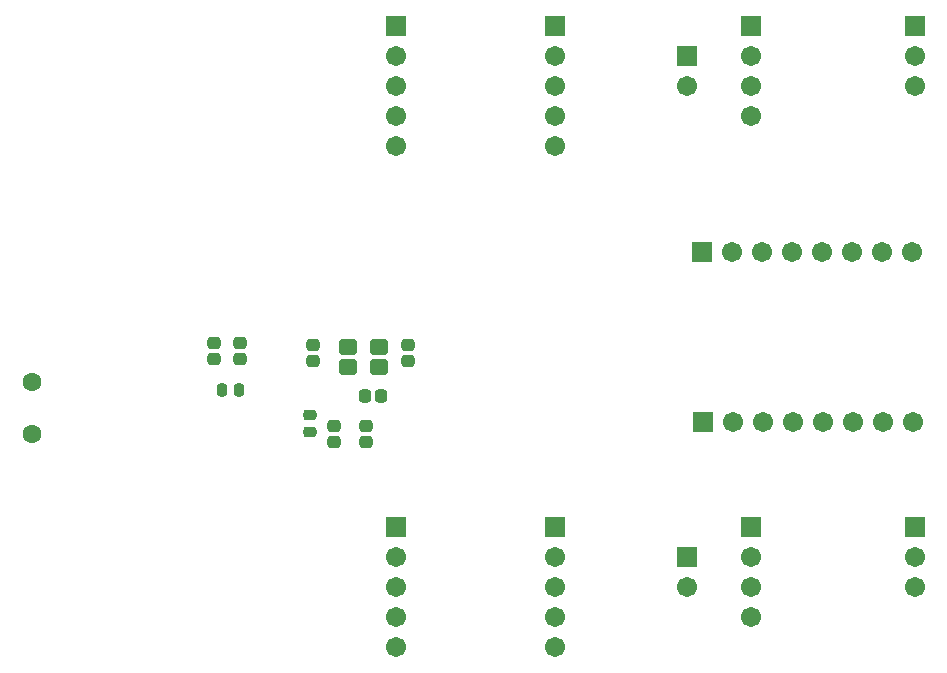
<source format=gbr>
G04*
G04 #@! TF.GenerationSoftware,Altium Limited,Altium Designer,23.6.0 (18)*
G04*
G04 Layer_Color=16711935*
%FSLAX44Y44*%
%MOMM*%
G71*
G04*
G04 #@! TF.SameCoordinates,D937CF5F-481C-4708-B2B1-4CAA2D9F1EF8*
G04*
G04*
G04 #@! TF.FilePolarity,Negative*
G04*
G01*
G75*
G04:AMPARAMS|DCode=32|XSize=1.1032mm|YSize=0.9032mm|CornerRadius=0.2766mm|HoleSize=0mm|Usage=FLASHONLY|Rotation=90.000|XOffset=0mm|YOffset=0mm|HoleType=Round|Shape=RoundedRectangle|*
%AMROUNDEDRECTD32*
21,1,1.1032,0.3500,0,0,90.0*
21,1,0.5500,0.9032,0,0,90.0*
1,1,0.5532,0.1750,0.2750*
1,1,0.5532,0.1750,-0.2750*
1,1,0.5532,-0.1750,-0.2750*
1,1,0.5532,-0.1750,0.2750*
%
%ADD32ROUNDEDRECTD32*%
G04:AMPARAMS|DCode=36|XSize=1.1032mm|YSize=0.9032mm|CornerRadius=0.2766mm|HoleSize=0mm|Usage=FLASHONLY|Rotation=0.000|XOffset=0mm|YOffset=0mm|HoleType=Round|Shape=RoundedRectangle|*
%AMROUNDEDRECTD36*
21,1,1.1032,0.3500,0,0,0.0*
21,1,0.5500,0.9032,0,0,0.0*
1,1,0.5532,0.2750,-0.1750*
1,1,0.5532,-0.2750,-0.1750*
1,1,0.5532,-0.2750,0.1750*
1,1,0.5532,0.2750,0.1750*
%
%ADD36ROUNDEDRECTD36*%
G04:AMPARAMS|DCode=39|XSize=1.1532mm|YSize=1.0532mm|CornerRadius=0.3141mm|HoleSize=0mm|Usage=FLASHONLY|Rotation=180.000|XOffset=0mm|YOffset=0mm|HoleType=Round|Shape=RoundedRectangle|*
%AMROUNDEDRECTD39*
21,1,1.1532,0.4250,0,0,180.0*
21,1,0.5250,1.0532,0,0,180.0*
1,1,0.6282,-0.2625,0.2125*
1,1,0.6282,0.2625,0.2125*
1,1,0.6282,0.2625,-0.2125*
1,1,0.6282,-0.2625,-0.2125*
%
%ADD39ROUNDEDRECTD39*%
G04:AMPARAMS|DCode=45|XSize=1.1532mm|YSize=1.0532mm|CornerRadius=0.3141mm|HoleSize=0mm|Usage=FLASHONLY|Rotation=270.000|XOffset=0mm|YOffset=0mm|HoleType=Round|Shape=RoundedRectangle|*
%AMROUNDEDRECTD45*
21,1,1.1532,0.4250,0,0,270.0*
21,1,0.5250,1.0532,0,0,270.0*
1,1,0.6282,-0.2125,-0.2625*
1,1,0.6282,-0.2125,0.2625*
1,1,0.6282,0.2125,0.2625*
1,1,0.6282,0.2125,-0.2625*
%
%ADD45ROUNDEDRECTD45*%
%ADD46C,1.6032*%
%ADD47R,1.7032X1.7032*%
%ADD48C,1.7032*%
%ADD49R,1.7032X1.7032*%
G04:AMPARAMS|DCode=60|XSize=1.6032mm|YSize=1.4032mm|CornerRadius=0.4016mm|HoleSize=0mm|Usage=FLASHONLY|Rotation=0.000|XOffset=0mm|YOffset=0mm|HoleType=Round|Shape=RoundedRectangle|*
%AMROUNDEDRECTD60*
21,1,1.6032,0.6000,0,0,0.0*
21,1,0.8000,1.4032,0,0,0.0*
1,1,0.8032,0.4000,-0.3000*
1,1,0.8032,-0.4000,-0.3000*
1,1,0.8032,-0.4000,0.3000*
1,1,0.8032,0.4000,0.3000*
%
%ADD60ROUNDEDRECTD60*%
D32*
X238140Y266700D02*
D03*
X224140D02*
D03*
D36*
X298450Y245760D02*
D03*
Y231760D02*
D03*
D39*
X381290Y291390D02*
D03*
Y304890D02*
D03*
X301280Y291390D02*
D03*
Y304890D02*
D03*
X345440Y236620D02*
D03*
Y223120D02*
D03*
X318770Y236620D02*
D03*
Y223120D02*
D03*
X238760Y306470D02*
D03*
Y292970D02*
D03*
X217170Y306470D02*
D03*
Y292970D02*
D03*
D45*
X345040Y261620D02*
D03*
X358540D02*
D03*
D46*
X63000Y273460D02*
D03*
Y229460D02*
D03*
D47*
X810260Y575310D02*
D03*
X671830D02*
D03*
X617220Y549910D02*
D03*
X505460Y575310D02*
D03*
X370840D02*
D03*
X810260Y151130D02*
D03*
X617220Y125730D02*
D03*
X505460Y151130D02*
D03*
X370840D02*
D03*
X671830D02*
D03*
D48*
X810260Y549910D02*
D03*
Y524510D02*
D03*
X671830Y499110D02*
D03*
Y524510D02*
D03*
Y549910D02*
D03*
X617220Y524510D02*
D03*
X505460Y473710D02*
D03*
Y499110D02*
D03*
Y524510D02*
D03*
Y549910D02*
D03*
X370840Y473710D02*
D03*
Y499110D02*
D03*
Y524510D02*
D03*
Y549910D02*
D03*
X655320Y383540D02*
D03*
X680720D02*
D03*
X706120D02*
D03*
X731520D02*
D03*
X756920D02*
D03*
X782320D02*
D03*
X807720D02*
D03*
X810260Y125730D02*
D03*
Y100330D02*
D03*
X617220D02*
D03*
X505460Y49530D02*
D03*
Y74930D02*
D03*
Y100330D02*
D03*
Y125730D02*
D03*
X370840Y49530D02*
D03*
Y74930D02*
D03*
Y100330D02*
D03*
Y125730D02*
D03*
X671830Y74930D02*
D03*
Y100330D02*
D03*
Y125730D02*
D03*
X656590Y240030D02*
D03*
X681990D02*
D03*
X707390D02*
D03*
X732790D02*
D03*
X758190D02*
D03*
X783590D02*
D03*
X808990D02*
D03*
D49*
X629920Y383540D02*
D03*
X631190Y240030D02*
D03*
D60*
X330200Y286140D02*
D03*
Y303140D02*
D03*
X356870Y286140D02*
D03*
Y303140D02*
D03*
M02*

</source>
